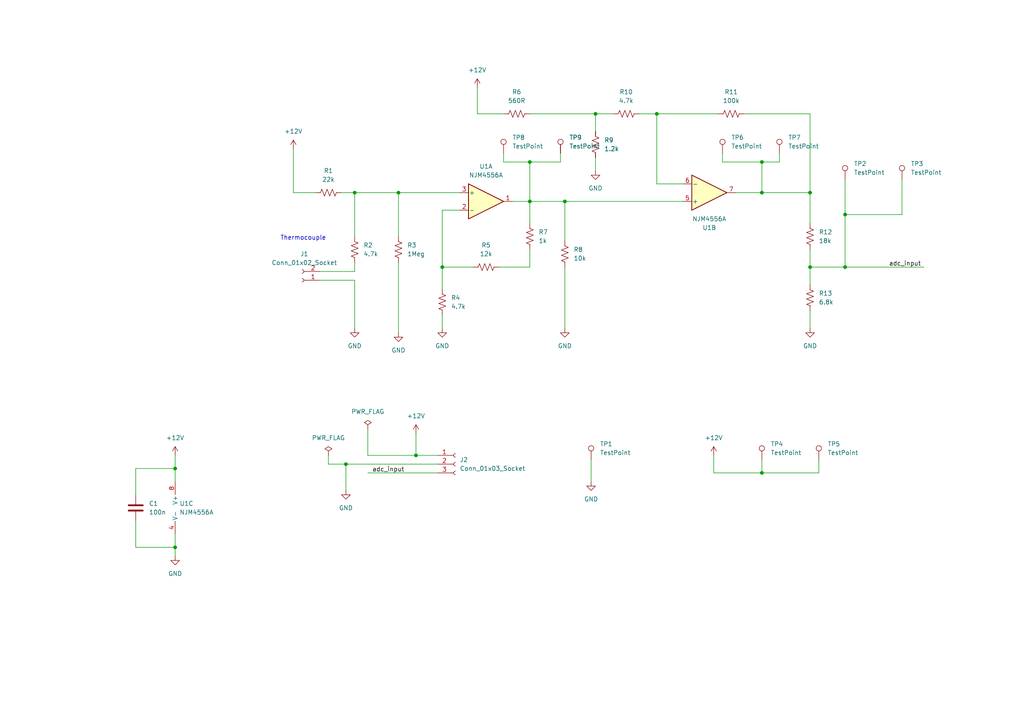
<source format=kicad_sch>
(kicad_sch (version 20230121) (generator eeschema)
  (paper "A4")
  (title_block (title "Analog thermocouple sensor") (date "2024-04-01") (rev "1.0.0") (company "Philipp Rapp"))
  (lib_symbols
    (symbol "Amplifier_Operational:NJM4556A" (pin_names (offset 0.127))
      (property "Reference" "U" (at 0 5.08 0))
      (property "Value" "NJM4556A" (at 0 -5.08 0))
      (symbol "NJM4556A_1_1"
        (polyline (pts (xy -5.08 5.08) (xy 5.08 0) (xy -5.08 -5.08) (xy -5.08 5.08)) (stroke (width 0.254)) (fill (type background)))
        (pin output line (at 7.62 0 180) (length 2.54) (name "~") (number "1"))
        (pin input line (at -7.62 -2.54 0) (length 2.54) (name "-") (number "2"))
        (pin input line (at -7.62 2.54 0) (length 2.54) (name "+") (number "3"))
      )
      (symbol "NJM4556A_2_1"
        (polyline (pts (xy -5.08 5.08) (xy 5.08 0) (xy -5.08 -5.08) (xy -5.08 5.08)) (stroke (width 0.254)) (fill (type background)))
        (pin input line (at -7.62 2.54 0) (length 2.54) (name "+") (number "5"))
        (pin input line (at -7.62 -2.54 0) (length 2.54) (name "-") (number "6"))
        (pin output line (at 7.62 0 180) (length 2.54) (name "~") (number "7"))
      )
      (symbol "NJM4556A_3_1"
        (pin power_in line (at -2.54 -7.62 90) (length 3.81) (name "V-") (number "4"))
        (pin power_in line (at -2.54 7.62 270) (length 3.81) (name "V+") (number "8"))
      )
    )
    (symbol "Connector:Conn_01x02_Socket" (pin_names (offset 1.016) hide)
      (property "Reference" "J" (at 0 2.54 0))
      (property "Value" "Conn_01x02_Socket" (at 0 -5.08 0))
      (symbol "Conn_01x02_Socket_1_1"
        (arc (start 0 -2.032) (mid -0.5058 -2.54) (end 0 -3.048) (stroke (width 0.1524)))
        (polyline (pts (xy -1.27 -2.54) (xy -0.508 -2.54)) (stroke (width 0.1524)))
        (polyline (pts (xy -1.27 0) (xy -0.508 0)) (stroke (width 0.1524)))
        (arc (start 0 0.508) (mid -0.5058 0) (end 0 -0.508) (stroke (width 0.1524)))
        (pin passive line (at -5.08 0 0) (length 3.81) (name "Pin_1") (number "1"))
        (pin passive line (at -5.08 -2.54 0) (length 3.81) (name "Pin_2") (number "2"))
      )
    )
    (symbol "Connector:Conn_01x03_Socket" (pin_names (offset 1.016) hide)
      (property "Reference" "J" (at 0 5.08 0))
      (property "Value" "Conn_01x03_Socket" (at 0 -5.08 0))
      (symbol "Conn_01x03_Socket_1_1"
        (arc (start 0 -2.032) (mid -0.5058 -2.54) (end 0 -3.048) (stroke (width 0.1524)))
        (polyline (pts (xy -1.27 -2.54) (xy -0.508 -2.54)) (stroke (width 0.1524)))
        (polyline (pts (xy -1.27 0) (xy -0.508 0)) (stroke (width 0.1524)))
        (polyline (pts (xy -1.27 2.54) (xy -0.508 2.54)) (stroke (width 0.1524)))
        (arc (start 0 0.508) (mid -0.5058 0) (end 0 -0.508) (stroke (width 0.1524)))
        (arc (start 0 3.048) (mid -0.5058 2.54) (end 0 2.032) (stroke (width 0.1524)))
        (pin passive line (at -5.08 2.54 0) (length 3.81) (name "Pin_1") (number "1"))
        (pin passive line (at -5.08 0 0) (length 3.81) (name "Pin_2") (number "2"))
        (pin passive line (at -5.08 -2.54 0) (length 3.81) (name "Pin_3") (number "3"))
      )
    )
    (symbol "Connector:TestPoint" (pin_numbers hide) (pin_names (offset 0.762) hide)
      (property "Reference" "TP" (at 0 6.858 0))
      (property "Value" "TestPoint" (at 0 5.08 0))
      (symbol "TestPoint_0_1"
        (circle (center 0 3.302) (radius 0.762))
      )
      (symbol "TestPoint_1_1"
        (pin passive line (at 0 0 90) (length 2.54) (name "1") (number "1"))
      )
    )
    (symbol "Device:C" (pin_numbers hide) (pin_names (offset 0.254))
      (property "Reference" "C" (at 0.635 2.54 0))
      (property "Value" "C" (at 0.635 -2.54 0))
      (symbol "C_0_1"
        (polyline (pts (xy -2.032 -0.762) (xy 2.032 -0.762)) (stroke (width 0.508)))
        (polyline (pts (xy -2.032 0.762) (xy 2.032 0.762)) (stroke (width 0.508)))
      )
      (symbol "C_1_1"
        (pin passive line (at 0 3.81 270) (length 2.794) (name "~") (number "1"))
        (pin passive line (at 0 -3.81 90) (length 2.794) (name "~") (number "2"))
      )
    )
    (symbol "Device:R_US" (pin_numbers hide) (pin_names (offset 0))
      (property "Reference" "R" (at 2.54 0 90))
      (property "Value" "R_US" (at -2.54 0 90))
      (symbol "R_US_0_1"
        (polyline (pts (xy 0 -2.286) (xy 0 -2.54)))
        (polyline (pts (xy 0 2.286) (xy 0 2.54)))
        (polyline (pts (xy 0 -0.762) (xy 1.016 -1.143) (xy 0 -1.524) (xy -1.016 -1.905) (xy 0 -2.286)))
        (polyline (pts (xy 0 0.762) (xy 1.016 0.381) (xy 0 0) (xy -1.016 -0.381) (xy 0 -0.762)))
        (polyline (pts (xy 0 2.286) (xy 1.016 1.905) (xy 0 1.524) (xy -1.016 1.143) (xy 0 0.762)))
      )
      (symbol "R_US_1_1"
        (pin passive line (at 0 3.81 270) (length 1.27) (name "~") (number "1"))
        (pin passive line (at 0 -3.81 90) (length 1.27) (name "~") (number "2"))
      )
    )
    (symbol "power:+12V" (power) (pin_names (offset 0))
      (property "Value" "+12V" (at 0 3.556 0))
      (symbol "+12V_0_1"
        (polyline (pts (xy -0.762 1.27) (xy 0 2.54)))
        (polyline (pts (xy 0 0) (xy 0 2.54)))
        (polyline (pts (xy 0 2.54) (xy 0.762 1.27)))
      )
      (symbol "+12V_1_1"
        (pin power_in line (at 0 0 90) (length 0) hide (name "+12V") (number "1"))
      )
    )
    (symbol "power:GND" (power) (pin_names (offset 0))
      (property "Value" "GND" (at 0 -3.81 0))
      (symbol "GND_0_1"
        (polyline (pts (xy 0 0) (xy 0 -1.27) (xy 1.27 -1.27) (xy 0 -2.54) (xy -1.27 -1.27) (xy 0 -1.27)))
      )
      (symbol "GND_1_1"
        (pin power_in line (at 0 0 270) (length 0) hide (name "GND") (number "1"))
      )
    )
    (symbol "power:PWR_FLAG" (power) (pin_numbers hide) (pin_names (offset 0) hide)
      (property "Value" "PWR_FLAG" (at 0 3.81 0))
      (symbol "PWR_FLAG_0_0"
        (pin power_out line (at 0 0 90) (length 0) (name "pwr") (number "1"))
      )
      (symbol "PWR_FLAG_0_1"
        (polyline (pts (xy 0 0) (xy 0 1.27) (xy -1.016 1.905) (xy 0 2.54) (xy 1.016 1.905) (xy 0 1.27)))
      )
    )
  )
  (junction (at 153.67 46.99))
  (junction (at 220.98 46.99))
  (junction (at 128.27 77.47))
  (junction (at 220.98 137.16))
  (junction (at 115.57 55.88))
  (junction (at 234.95 77.47))
  (junction (at 172.72 33.02))
  (junction (at 100.33 134.62))
  (junction (at 153.67 58.42))
  (junction (at 220.98 55.88))
  (junction (at 234.95 55.88))
  (junction (at 245.11 77.47))
  (junction (at 120.65 132.08))
  (junction (at 50.8 135.89))
  (junction (at 50.8 158.75))
  (junction (at 102.87 55.88))
  (junction (at 245.11 62.23))
  (junction (at 163.83 58.42))
  (junction (at 190.5 33.02))
  (wire (pts (xy 102.87 81.28) (xy 102.87 95.25)))
  (wire (pts (xy 50.8 158.75) (xy 50.8 161.29)))
  (wire (pts (xy 209.55 44.45) (xy 209.55 46.99)))
  (wire (pts (xy 128.27 60.96) (xy 128.27 77.47)))
  (wire (pts (xy 172.72 33.02) (xy 172.72 38.1)))
  (wire (pts (xy 198.12 53.34) (xy 190.5 53.34)))
  (wire (pts (xy 220.98 133.35) (xy 220.98 137.16)))
  (wire (pts (xy 153.67 72.39) (xy 153.67 77.47)))
  (wire (pts (xy 115.57 76.2) (xy 115.57 96.52)))
  (wire (pts (xy 138.43 25.4) (xy 138.43 33.02)))
  (wire (pts (xy 234.95 77.47) (xy 234.95 82.55)))
  (wire (pts (xy 106.68 132.08) (xy 120.65 132.08)))
  (wire (pts (xy 215.9 33.02) (xy 234.95 33.02)))
  (wire (pts (xy 261.62 52.07) (xy 261.62 62.23)))
  (wire (pts (xy 220.98 137.16) (xy 237.49 137.16)))
  (wire (pts (xy 172.72 45.72) (xy 172.72 49.53)))
  (wire (pts (xy 153.67 58.42) (xy 153.67 64.77)))
  (wire (pts (xy 234.95 33.02) (xy 234.95 55.88)))
  (wire (pts (xy 85.09 43.18) (xy 85.09 55.88)))
  (wire (pts (xy 213.36 55.88) (xy 220.98 55.88)))
  (wire (pts (xy 234.95 90.17) (xy 234.95 95.25)))
  (wire (pts (xy 220.98 46.99) (xy 226.06 46.99)))
  (wire (pts (xy 171.45 133.35) (xy 171.45 139.7)))
  (wire (pts (xy 115.57 55.88) (xy 133.35 55.88)))
  (wire (pts (xy 163.83 58.42) (xy 198.12 58.42)))
  (wire (pts (xy 50.8 135.89) (xy 50.8 139.7)))
  (wire (pts (xy 234.95 77.47) (xy 245.11 77.47)))
  (wire (pts (xy 237.49 137.16) (xy 237.49 133.35)))
  (wire (pts (xy 245.11 52.07) (xy 245.11 62.23)))
  (wire (pts (xy 128.27 77.47) (xy 137.16 77.47)))
  (wire (pts (xy 102.87 55.88) (xy 102.87 68.58)))
  (wire (pts (xy 226.06 44.45) (xy 226.06 46.99)))
  (wire (pts (xy 39.37 135.89) (xy 39.37 143.51)))
  (wire (pts (xy 245.11 62.23) (xy 245.11 77.47)))
  (wire (pts (xy 99.06 55.88) (xy 102.87 55.88)))
  (wire (pts (xy 50.8 132.08) (xy 50.8 135.89)))
  (wire (pts (xy 220.98 55.88) (xy 234.95 55.88)))
  (wire (pts (xy 102.87 78.74) (xy 92.71 78.74)))
  (wire (pts (xy 190.5 53.34) (xy 190.5 33.02)))
  (wire (pts (xy 220.98 46.99) (xy 220.98 55.88)))
  (wire (pts (xy 146.05 46.99) (xy 153.67 46.99)))
  (wire (pts (xy 172.72 33.02) (xy 177.8 33.02)))
  (wire (pts (xy 106.68 124.46) (xy 106.68 132.08)))
  (wire (pts (xy 207.01 137.16) (xy 220.98 137.16)))
  (wire (pts (xy 146.05 44.45) (xy 146.05 46.99)))
  (wire (pts (xy 85.09 55.88) (xy 91.44 55.88)))
  (wire (pts (xy 138.43 33.02) (xy 146.05 33.02)))
  (wire (pts (xy 163.83 58.42) (xy 163.83 69.85)))
  (wire (pts (xy 234.95 72.39) (xy 234.95 77.47)))
  (wire (pts (xy 95.25 132.08) (xy 95.25 134.62)))
  (wire (pts (xy 133.35 60.96) (xy 128.27 60.96)))
  (wire (pts (xy 39.37 151.13) (xy 39.37 158.75)))
  (wire (pts (xy 102.87 76.2) (xy 102.87 78.74)))
  (wire (pts (xy 120.65 132.08) (xy 127 132.08)))
  (wire (pts (xy 144.78 77.47) (xy 153.67 77.47)))
  (wire (pts (xy 106.68 137.16) (xy 127 137.16)))
  (wire (pts (xy 162.56 44.45) (xy 162.56 46.99)))
  (wire (pts (xy 100.33 134.62) (xy 127 134.62)))
  (wire (pts (xy 153.67 58.42) (xy 163.83 58.42)))
  (wire (pts (xy 128.27 77.47) (xy 128.27 83.82)))
  (wire (pts (xy 245.11 77.47) (xy 267.97 77.47)))
  (wire (pts (xy 115.57 55.88) (xy 115.57 68.58)))
  (wire (pts (xy 100.33 134.62) (xy 100.33 142.24)))
  (wire (pts (xy 102.87 55.88) (xy 115.57 55.88)))
  (wire (pts (xy 261.62 62.23) (xy 245.11 62.23)))
  (wire (pts (xy 50.8 154.94) (xy 50.8 158.75)))
  (wire (pts (xy 148.59 58.42) (xy 153.67 58.42)))
  (wire (pts (xy 209.55 46.99) (xy 220.98 46.99)))
  (wire (pts (xy 128.27 91.44) (xy 128.27 95.25)))
  (wire (pts (xy 207.01 132.08) (xy 207.01 137.16)))
  (wire (pts (xy 185.42 33.02) (xy 190.5 33.02)))
  (wire (pts (xy 153.67 46.99) (xy 153.67 58.42)))
  (wire (pts (xy 153.67 46.99) (xy 162.56 46.99)))
  (wire (pts (xy 163.83 77.47) (xy 163.83 95.25)))
  (wire (pts (xy 153.67 33.02) (xy 172.72 33.02)))
  (wire (pts (xy 190.5 33.02) (xy 208.28 33.02)))
  (wire (pts (xy 92.71 81.28) (xy 102.87 81.28)))
  (wire (pts (xy 234.95 55.88) (xy 234.95 64.77)))
  (wire (pts (xy 95.25 134.62) (xy 100.33 134.62)))
  (wire (pts (xy 39.37 158.75) (xy 50.8 158.75)))
  (wire (pts (xy 120.65 125.73) (xy 120.65 132.08)))
  (wire (pts (xy 50.8 135.89) (xy 39.37 135.89)))
  (text "Thermocouple" (at 81.28 69.85 0) (effects (font (size 1.27 1.27)) (justify left bottom)))
  (label "adc_input" (at 257.81 77.47 0))
  (label "adc_input" (at 107.95 137.16 0))
  (symbol (lib_id "Connector:TestPoint") (at 261.62 52.07 0) (unit 1)
    (property "Reference" "TP3" (at 264.16 47.498 0) (effects (justify left)))
    (property "Value" "TestPoint" (at 264.16 50.038 0) (effects (justify left)))
    (property "Footprint" "TestPoint:TestPoint_Pad_2.0x2.0mm" (effects hide))
  )
  (symbol (lib_id "power:GND") (at 171.45 139.7 0) (unit 1)
    (property "Reference" "#PWR013" (effects hide))
    (property "Value" "GND" (at 171.45 144.78 0))
  )
  (symbol (lib_id "Connector:Conn_01x03_Socket") (at 132.08 134.62 0) (unit 1)
    (property "Reference" "J2" (at 133.35 133.35 0) (effects (justify left)))
    (property "Value" "Conn_01x03_Socket" (at 133.35 135.89 0) (effects (justify left)))
    (property "Footprint" "Connector_PinSocket_2.54mm:PinSocket_1x03_P2.54mm_Vertical" (effects hide))
  )
  (symbol (lib_id "power:PWR_FLAG") (at 106.68 124.46 0) (unit 1)
    (property "Reference" "#FLG02" (effects hide))
    (property "Value" "PWR_FLAG" (at 106.68 119.38 0))
  )
  (symbol (lib_id "Connector:TestPoint") (at 237.49 133.35 0) (unit 1)
    (property "Reference" "TP5" (at 240.03 128.778 0) (effects (justify left)))
    (property "Value" "TestPoint" (at 240.03 131.318 0) (effects (justify left)))
    (property "Footprint" "TestPoint:TestPoint_Pad_2.0x2.0mm" (effects hide))
  )
  (symbol (lib_id "Device:R_US") (at 115.57 72.39 180) (unit 1)
    (property "Reference" "R3" (at 118.11 71.12 0) (effects (justify right)))
    (property "Value" "1Meg" (at 118.11 73.66 0) (effects (justify right)))
    (property "Footprint" "Resistor_THT:R_Axial_DIN0207_L6.3mm_D2.5mm_P10.16mm_Horizontal" (effects hide))
  )
  (symbol (lib_id "Connector:TestPoint") (at 226.06 44.45 0) (unit 1)
    (property "Reference" "TP7" (at 228.6 39.878 0) (effects (justify left)))
    (property "Value" "TestPoint" (at 228.6 42.418 0) (effects (justify left)))
    (property "Footprint" "TestPoint:TestPoint_Pad_2.0x2.0mm" (effects hide))
  )
  (symbol (lib_id "Connector:TestPoint") (at 220.98 133.35 0) (unit 1)
    (property "Reference" "TP4" (at 223.52 128.778 0) (effects (justify left)))
    (property "Value" "TestPoint" (at 223.52 131.318 0) (effects (justify left)))
    (property "Footprint" "TestPoint:TestPoint_Plated_Hole_D2.0mm" (effects hide))
  )
  (symbol (lib_id "power:+12V") (at 85.09 43.18 0) (unit 1)
    (property "Reference" "#PWR03" (effects hide))
    (property "Value" "+12V" (at 85.09 38.1 0))
  )
  (symbol (lib_id "power:GND") (at 128.27 95.25 0) (unit 1)
    (property "Reference" "#PWR08" (effects hide))
    (property "Value" "GND" (at 128.27 100.33 0))
  )
  (symbol (lib_id "Device:R_US") (at 128.27 87.63 180) (unit 1)
    (property "Reference" "R4" (at 130.81 86.36 0) (effects (justify right)))
    (property "Value" "4.7k" (at 130.81 88.9 0) (effects (justify right)))
    (property "Footprint" "Resistor_THT:R_Axial_DIN0207_L6.3mm_D2.5mm_P10.16mm_Horizontal" (effects hide))
  )
  (symbol (lib_id "Device:R_US") (at 149.86 33.02 90) (unit 1)
    (property "Reference" "R6" (at 149.86 26.67 90))
    (property "Value" "560R" (at 149.86 29.21 90))
    (property "Footprint" "Resistor_THT:R_Axial_DIN0207_L6.3mm_D2.5mm_P10.16mm_Horizontal" (effects hide))
  )
  (symbol (lib_id "Connector:TestPoint") (at 171.45 133.35 0) (unit 1)
    (property "Reference" "TP1" (at 173.99 128.778 0) (effects (justify left)))
    (property "Value" "TestPoint" (at 173.99 131.318 0) (effects (justify left)))
    (property "Footprint" "TestPoint:TestPoint_Plated_Hole_D2.0mm" (effects hide))
  )
  (symbol (lib_id "power:GND") (at 172.72 49.53 0) (unit 1)
    (property "Reference" "#PWR011" (effects hide))
    (property "Value" "GND" (at 172.72 54.61 0))
  )
  (symbol (lib_id "power:PWR_FLAG") (at 95.25 132.08 0) (unit 1)
    (property "Reference" "#FLG01" (effects hide))
    (property "Value" "PWR_FLAG" (at 95.25 127 0))
  )
  (symbol (lib_id "power:GND") (at 50.8 161.29 0) (unit 1)
    (property "Reference" "#PWR02" (effects hide))
    (property "Value" "GND" (at 50.8 166.37 0))
  )
  (symbol (lib_id "Connector:TestPoint") (at 245.11 52.07 0) (unit 1)
    (property "Reference" "TP2" (at 247.65 47.498 0) (effects (justify left)))
    (property "Value" "TestPoint" (at 247.65 50.038 0) (effects (justify left)))
    (property "Footprint" "TestPoint:TestPoint_Plated_Hole_D2.0mm" (effects hide))
  )
  (symbol (lib_id "Device:R_US") (at 95.25 55.88 90) (unit 1)
    (property "Reference" "R1" (at 95.25 49.53 90))
    (property "Value" "22k" (at 95.25 52.07 90))
    (property "Footprint" "Resistor_THT:R_Axial_DIN0207_L6.3mm_D2.5mm_P10.16mm_Horizontal" (effects hide))
  )
  (symbol (lib_id "Amplifier_Operational:NJM4556A") (at 140.97 58.42 0) (unit 1)
    (property "Reference" "U1" (at 140.97 48.26 0))
    (property "Value" "NJM4556A" (at 140.97 50.8 0))
    (property "Footprint" "Package_DIP:DIP-8_W7.62mm" (effects hide))
    (property "Datasheet" "http://www.njr.com/semicon/PDF/NJM4556A_E.pdf" (effects hide))
  )
  (symbol (lib_id "Device:R_US") (at 181.61 33.02 90) (unit 1)
    (property "Reference" "R10" (at 181.61 26.67 90))
    (property "Value" "4.7k" (at 181.61 29.21 90))
    (property "Footprint" "Resistor_THT:R_Axial_DIN0207_L6.3mm_D2.5mm_P10.16mm_Horizontal" (effects hide))
  )
  (symbol (lib_id "Device:R_US") (at 234.95 68.58 180) (unit 1)
    (property "Reference" "R12" (at 237.49 67.31 0) (effects (justify right)))
    (property "Value" "18k" (at 237.49 69.85 0) (effects (justify right)))
    (property "Footprint" "Resistor_THT:R_Axial_DIN0207_L6.3mm_D2.5mm_P10.16mm_Horizontal" (effects hide))
  )
  (symbol (lib_id "Device:C") (at 39.37 147.32 0) (unit 1)
    (property "Reference" "C1" (at 43.18 146.05 0) (effects (justify left)))
    (property "Value" "100n" (at 43.18 148.59 0) (effects (justify left)))
    (property "Footprint" "Capacitor_THT:C_Disc_D5.0mm_W2.5mm_P2.50mm" (effects hide))
  )
  (symbol (lib_id "Device:R_US") (at 163.83 73.66 180) (unit 1)
    (property "Reference" "R8" (at 166.37 72.39 0) (effects (justify right)))
    (property "Value" "10k" (at 166.37 74.93 0) (effects (justify right)))
    (property "Footprint" "Resistor_THT:R_Axial_DIN0207_L6.3mm_D2.5mm_P10.16mm_Horizontal" (effects hide))
  )
  (symbol (lib_id "Connector:TestPoint") (at 162.56 44.45 0) (unit 1)
    (property "Reference" "TP9" (at 165.1 39.878 0) (effects (justify left)))
    (property "Value" "TestPoint" (at 165.1 42.418 0) (effects (justify left)))
    (property "Footprint" "TestPoint:TestPoint_Pad_2.0x2.0mm" (effects hide))
  )
  (symbol (lib_id "power:+12V") (at 207.01 132.08 0) (unit 1)
    (property "Reference" "#PWR014" (effects hide))
    (property "Value" "+12V" (at 207.01 127 0))
  )
  (symbol (lib_id "Amplifier_Operational:NJM4556A") (at 205.74 55.88 0) (mirror x) (unit 2)
    (property "Reference" "U1" (at 205.74 66.04 0))
    (property "Value" "NJM4556A" (at 205.74 63.5 0))
    (property "Footprint" "Package_DIP:DIP-8_W7.62mm" (effects hide))
    (property "Datasheet" "http://www.njr.com/semicon/PDF/NJM4556A_E.pdf" (effects hide))
  )
  (symbol (lib_id "Connector:TestPoint") (at 209.55 44.45 0) (unit 1)
    (property "Reference" "TP6" (at 212.09 39.878 0) (effects (justify left)))
    (property "Value" "TestPoint" (at 212.09 42.418 0) (effects (justify left)))
    (property "Footprint" "TestPoint:TestPoint_Plated_Hole_D2.0mm" (effects hide))
  )
  (symbol (lib_id "Device:R_US") (at 140.97 77.47 90) (unit 1)
    (property "Reference" "R5" (at 140.97 71.12 90))
    (property "Value" "12k" (at 140.97 73.66 90))
    (property "Footprint" "Resistor_THT:R_Axial_DIN0207_L6.3mm_D2.5mm_P10.16mm_Horizontal" (effects hide))
  )
  (symbol (lib_id "power:+12V") (at 50.8 132.08 0) (unit 1)
    (property "Reference" "#PWR01" (effects hide))
    (property "Value" "+12V" (at 50.8 127 0))
  )
  (symbol (lib_id "power:GND") (at 102.87 95.25 0) (unit 1)
    (property "Reference" "#PWR05" (effects hide))
    (property "Value" "GND" (at 102.87 100.33 0))
  )
  (symbol (lib_id "power:GND") (at 100.33 142.24 0) (unit 1)
    (property "Reference" "#PWR04" (effects hide))
    (property "Value" "GND" (at 100.33 147.32 0))
  )
  (symbol (lib_id "Amplifier_Operational:NJM4556A") (at 53.34 147.32 0) (unit 3)
    (property "Reference" "U1" (at 52.07 146.05 0) (effects (justify left)))
    (property "Value" "NJM4556A" (at 52.07 148.59 0) (effects (justify left)))
    (property "Footprint" "Package_DIP:DIP-8_W7.62mm" (effects hide))
    (property "Datasheet" "http://www.njr.com/semicon/PDF/NJM4556A_E.pdf" (effects hide))
  )
  (symbol (lib_id "Device:R_US") (at 172.72 41.91 180) (unit 1)
    (property "Reference" "R9" (at 175.26 40.64 0) (effects (justify right)))
    (property "Value" "1.2k" (at 175.26 43.18 0) (effects (justify right)))
    (property "Footprint" "Resistor_THT:R_Axial_DIN0207_L6.3mm_D2.5mm_P10.16mm_Horizontal" (effects hide))
  )
  (symbol (lib_id "Connector:TestPoint") (at 146.05 44.45 0) (unit 1)
    (property "Reference" "TP8" (at 148.59 39.878 0) (effects (justify left)))
    (property "Value" "TestPoint" (at 148.59 42.418 0) (effects (justify left)))
    (property "Footprint" "TestPoint:TestPoint_Plated_Hole_D2.0mm" (effects hide))
  )
  (symbol (lib_id "Device:R_US") (at 212.09 33.02 90) (unit 1)
    (property "Reference" "R11" (at 212.09 26.67 90))
    (property "Value" "100k" (at 212.09 29.21 90))
    (property "Footprint" "Resistor_THT:R_Axial_DIN0207_L6.3mm_D2.5mm_P10.16mm_Horizontal" (effects hide))
  )
  (symbol (lib_id "power:+12V") (at 138.43 25.4 0) (unit 1)
    (property "Reference" "#PWR09" (effects hide))
    (property "Value" "+12V" (at 138.43 20.32 0))
  )
  (symbol (lib_id "power:GND") (at 234.95 95.25 0) (unit 1)
    (property "Reference" "#PWR012" (effects hide))
    (property "Value" "GND" (at 234.95 100.33 0))
  )
  (symbol (lib_id "Device:R_US") (at 153.67 68.58 180) (unit 1)
    (property "Reference" "R7" (at 156.21 67.31 0) (effects (justify right)))
    (property "Value" "1k" (at 156.21 69.85 0) (effects (justify right)))
    (property "Footprint" "Resistor_THT:R_Axial_DIN0207_L6.3mm_D2.5mm_P10.16mm_Horizontal" (effects hide))
  )
  (symbol (lib_id "power:GND") (at 115.57 96.52 0) (unit 1)
    (property "Reference" "#PWR06" (effects hide))
    (property "Value" "GND" (at 115.57 101.6 0))
  )
  (symbol (lib_id "Device:R_US") (at 102.87 72.39 180) (unit 1)
    (property "Reference" "R2" (at 105.41 71.12 0) (effects (justify right)))
    (property "Value" "4.7k" (at 105.41 73.66 0) (effects (justify right)))
    (property "Footprint" "Resistor_THT:R_Axial_DIN0207_L6.3mm_D2.5mm_P10.16mm_Horizontal" (effects hide))
  )
  (symbol (lib_id "power:GND") (at 163.83 95.25 0) (unit 1)
    (property "Reference" "#PWR010" (effects hide))
    (property "Value" "GND" (at 163.83 100.33 0))
  )
  (symbol (lib_id "Connector:Conn_01x02_Socket") (at 87.63 81.28 180) (unit 1)
    (property "Reference" "J1" (at 88.265 73.66 0))
    (property "Value" "Conn_01x02_Socket" (at 88.265 76.2 0))
    (property "Footprint" "Connector_PinSocket_2.54mm:PinSocket_1x02_P2.54mm_Vertical" (effects hide))
  )
  (symbol (lib_id "Device:R_US") (at 234.95 86.36 180) (unit 1)
    (property "Reference" "R13" (at 237.49 85.09 0) (effects (justify right)))
    (property "Value" "6.8k" (at 237.49 87.63 0) (effects (justify right)))
    (property "Footprint" "Resistor_THT:R_Axial_DIN0207_L6.3mm_D2.5mm_P10.16mm_Horizontal" (effects hide))
  )
  (symbol (lib_id "power:+12V") (at 120.65 125.73 0) (unit 1)
    (property "Reference" "#PWR07" (effects hide))
    (property "Value" "+12V" (at 120.65 120.65 0))
  )
)
</source>
